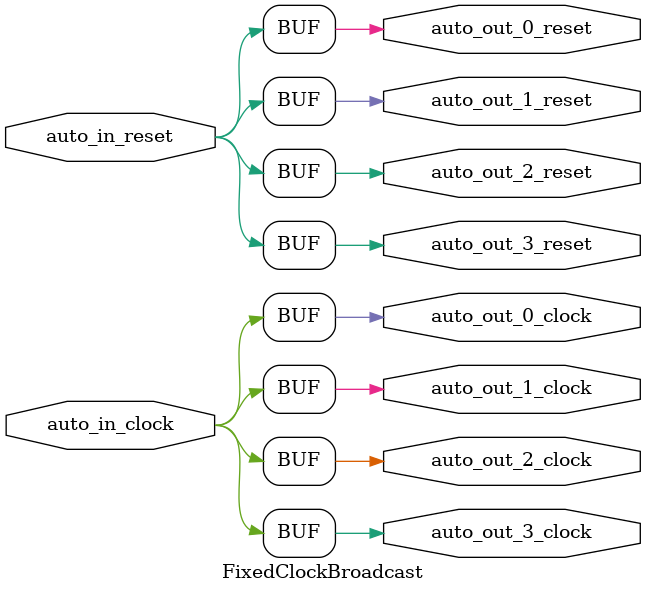
<source format=sv>
`ifndef RANDOMIZE
  `ifdef RANDOMIZE_REG_INIT
    `define RANDOMIZE
  `endif // RANDOMIZE_REG_INIT
`endif // not def RANDOMIZE
`ifndef RANDOMIZE
  `ifdef RANDOMIZE_MEM_INIT
    `define RANDOMIZE
  `endif // RANDOMIZE_MEM_INIT
`endif // not def RANDOMIZE

`ifndef RANDOM
  `define RANDOM $random
`endif // not def RANDOM

// Users can define 'PRINTF_COND' to add an extra gate to prints.
`ifndef PRINTF_COND_
  `ifdef PRINTF_COND
    `define PRINTF_COND_ (`PRINTF_COND)
  `else  // PRINTF_COND
    `define PRINTF_COND_ 1
  `endif // PRINTF_COND
`endif // not def PRINTF_COND_

// Users can define 'ASSERT_VERBOSE_COND' to add an extra gate to assert error printing.
`ifndef ASSERT_VERBOSE_COND_
  `ifdef ASSERT_VERBOSE_COND
    `define ASSERT_VERBOSE_COND_ (`ASSERT_VERBOSE_COND)
  `else  // ASSERT_VERBOSE_COND
    `define ASSERT_VERBOSE_COND_ 1
  `endif // ASSERT_VERBOSE_COND
`endif // not def ASSERT_VERBOSE_COND_

// Users can define 'STOP_COND' to add an extra gate to stop conditions.
`ifndef STOP_COND_
  `ifdef STOP_COND
    `define STOP_COND_ (`STOP_COND)
  `else  // STOP_COND
    `define STOP_COND_ 1
  `endif // STOP_COND
`endif // not def STOP_COND_

// Users can define INIT_RANDOM as general code that gets injected into the
// initializer block for modules with registers.
`ifndef INIT_RANDOM
  `define INIT_RANDOM
`endif // not def INIT_RANDOM

// If using random initialization, you can also define RANDOMIZE_DELAY to
// customize the delay used, otherwise 0.002 is used.
`ifndef RANDOMIZE_DELAY
  `define RANDOMIZE_DELAY 0.002
`endif // not def RANDOMIZE_DELAY

// Define INIT_RANDOM_PROLOG_ for use in our modules below.
`ifndef INIT_RANDOM_PROLOG_
  `ifdef RANDOMIZE
    `ifdef VERILATOR
      `define INIT_RANDOM_PROLOG_ `INIT_RANDOM
    `else  // VERILATOR
      `define INIT_RANDOM_PROLOG_ `INIT_RANDOM #`RANDOMIZE_DELAY begin end
    `endif // VERILATOR
  `else  // RANDOMIZE
    `define INIT_RANDOM_PROLOG_
  `endif // RANDOMIZE
`endif // not def INIT_RANDOM_PROLOG_

module FixedClockBroadcast(
  input  auto_in_clock,
         auto_in_reset,
  output auto_out_3_clock,
         auto_out_3_reset,
         auto_out_2_clock,
         auto_out_2_reset,
         auto_out_1_clock,
         auto_out_1_reset,
         auto_out_0_clock,
         auto_out_0_reset
);

  assign auto_out_3_clock = auto_in_clock;
  assign auto_out_3_reset = auto_in_reset;
  assign auto_out_2_clock = auto_in_clock;
  assign auto_out_2_reset = auto_in_reset;
  assign auto_out_1_clock = auto_in_clock;
  assign auto_out_1_reset = auto_in_reset;
  assign auto_out_0_clock = auto_in_clock;
  assign auto_out_0_reset = auto_in_reset;
endmodule


</source>
